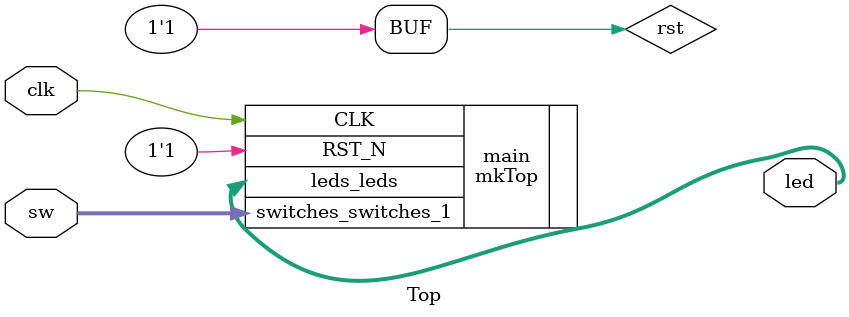
<source format=v>
module Top (
  input clk,
  output [15:0] led,
  input [15:0] sw
);

wire rst;

mkTop main(
  .CLK(clk),
  .RST_N(rst),
  .leds_leds(led),
  .switches_switches_1(sw)
);

assign rst = 1;

endmodule

</source>
